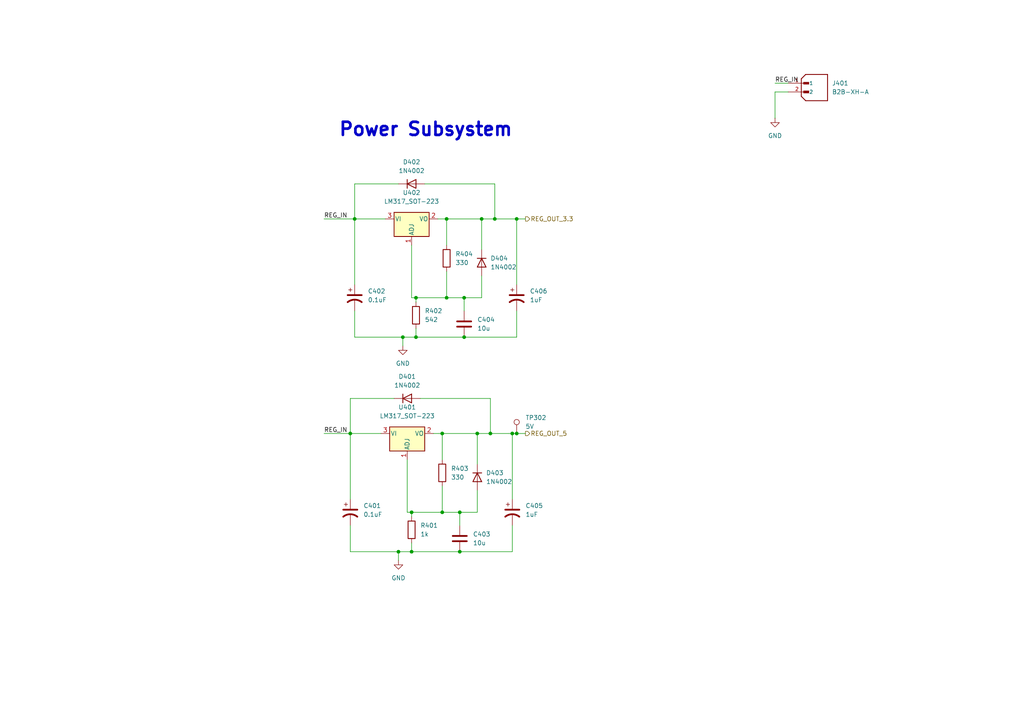
<source format=kicad_sch>
(kicad_sch (version 20250114) (generator "eeschema") (generator_version "9.0")
  (paper "A4")
  (lib_symbols
    (symbol "Battery Connector(JST-XH):B2B-XH-A" (pin_names (offset 1.016))
      (property "Reference" "J" (at -2.54 6.35 0))
      (property "Value" "B2B-XH-A" (at -2.54 -5.08 0))
      (symbol "B2B-XH-A_0_0"
        (polyline (pts (xy -3.81 3.81) (xy -3.81 -1.27)) (stroke (width 0.254)))
        (polyline (pts (xy -3.81 3.81) (xy -2.54 5.08)) (stroke (width 0.254)))
        (polyline (pts (xy -3.81 -1.27) (xy -2.54 -2.54)) (stroke (width 0.254)))
        (rectangle (start -3.175 2.2225) (end -1.5875 2.8575) (stroke (width 0.1)) (fill (type outline)))
        (rectangle (start -3.175 -0.3175) (end -1.5875 0.3175) (stroke (width 0.1)) (fill (type outline)))
        (polyline (pts (xy -2.54 -2.54) (xy 3.81 -2.54)) (stroke (width 0.254)))
        (polyline (pts (xy 3.81 5.08) (xy -2.54 5.08)) (stroke (width 0.254)))
        (polyline (pts (xy 3.81 -2.54) (xy 3.81 5.08)) (stroke (width 0.254)))
        (pin passive line (at -7.62 2.54 0) (length 5.08) (name "1") (number "1"))
        (pin passive line (at -7.62 0 0) (length 5.08) (name "2") (number "2"))
      )
    )
    (symbol "Connector:TestPoint" (pin_numbers (hide yes)) (pin_names (offset 0.762) (hide yes))
      (property "Reference" "TP" (at 0 6.858 0))
      (property "Value" "TestPoint" (at 0 5.08 0))
      (symbol "TestPoint_0_1"
        (circle (center 0 3.302) (radius 0.762))
      )
      (symbol "TestPoint_1_1"
        (pin passive line (at 0 0 90) (length 2.54) (name "1") (number "1"))
      )
    )
    (symbol "Device:C_Polarized_US" (pin_numbers (hide yes)) (pin_names (offset 0.254) (hide yes))
      (property "Reference" "C" (at 0.635 2.54 0))
      (property "Value" "C_Polarized_US" (at 0.635 -2.54 0))
      (symbol "C_Polarized_US_0_1"
        (polyline (pts (xy -2.032 0.762) (xy 2.032 0.762)) (stroke (width 0.508)))
        (polyline (pts (xy -1.778 2.286) (xy -0.762 2.286)))
        (polyline (pts (xy -1.27 1.778) (xy -1.27 2.794)))
        (arc (start -2.032 -1.27) (mid 0 -0.5572) (end 2.032 -1.27) (stroke (width 0.508)))
      )
      (symbol "C_Polarized_US_1_1"
        (pin passive line (at 0 3.81 270) (length 2.794) (name "~") (number "1"))
        (pin passive line (at 0 -3.81 90) (length 3.302) (name "~") (number "2"))
      )
    )
    (symbol "Device:R" (pin_numbers (hide yes)) (pin_names (offset 0))
      (property "Reference" "R" (at 2.032 0 90))
      (property "Value" "R" (at 0 0 90))
      (symbol "R_0_1"
        (rectangle (start -1.016 -2.54) (end 1.016 2.54) (stroke (width 0.254)))
      )
      (symbol "R_1_1"
        (pin passive line (at 0 3.81 270) (length 1.27) (name "~") (number "1"))
        (pin passive line (at 0 -3.81 90) (length 1.27) (name "~") (number "2"))
      )
    )
    (symbol "Diode:1N4002" (pin_numbers (hide yes)) (pin_names (offset 1.016) (hide yes))
      (property "Reference" "D" (at 0 2.54 0))
      (property "Value" "1N4002" (at 0 -2.54 0))
      (symbol "1N4002_0_1"
        (polyline (pts (xy -1.27 1.27) (xy -1.27 -1.27)) (stroke (width 0.254)))
        (polyline (pts (xy 1.27 1.27) (xy 1.27 -1.27) (xy -1.27 0) (xy 1.27 1.27)) (stroke (width 0.254)))
        (polyline (pts (xy 1.27 0) (xy -1.27 0)))
      )
      (symbol "1N4002_1_1"
        (pin passive line (at -3.81 0 0) (length 2.54) (name "K") (number "1"))
        (pin passive line (at 3.81 0 180) (length 2.54) (name "A") (number "2"))
      )
    )
    (symbol "GND_1" (power) (pin_numbers (hide yes)) (pin_names (offset 0) (hide yes))
      (property "Value" "GND" (at 0 -3.81 0))
      (symbol "GND_1_0_1"
        (polyline (pts (xy 0 0) (xy 0 -1.27) (xy 1.27 -1.27) (xy 0 -2.54) (xy -1.27 -1.27) (xy 0 -1.27)))
      )
      (symbol "GND_1_1_1"
        (pin power_in line (at 0 0 270) (length 0) (name "~") (number "1"))
      )
    )
    (symbol "Regulator_Linear:LM317_SOT-223" (pin_names (offset 0.254))
      (property "Reference" "U" (at -3.81 3.175 0))
      (property "Value" "LM317_SOT-223" (at 0 3.175 0))
      (symbol "LM317_SOT-223_0_1"
        (rectangle (start -5.08 1.905) (end 5.08 -5.08) (stroke (width 0.254)) (fill (type background)))
      )
      (symbol "LM317_SOT-223_1_1"
        (pin power_in line (at -7.62 0 0) (length 2.54) (name "VI") (number "3"))
        (pin input line (at 0 -7.62 90) (length 2.54) (name "ADJ") (number "1"))
        (pin power_out line (at 7.62 0 180) (length 2.54) (name "VO") (number "2"))
      )
    )
    (symbol "basic:C" (pin_numbers (hide yes)) (pin_names (offset 0.254))
      (property "Reference" "C" (at 0.635 2.54 0))
      (symbol "C_0_1"
        (polyline (pts (xy -2.032 0.762) (xy 2.032 0.762)) (stroke (width 0.508)))
        (polyline (pts (xy -2.032 -0.762) (xy 2.032 -0.762)) (stroke (width 0.508)))
      )
      (symbol "C_1_1"
        (pin passive line (at 0 3.81 270) (length 2.794) (name "~") (number "1"))
        (pin passive line (at 0 -3.81 90) (length 2.794) (name "~") (number "2"))
      )
    )
    (symbol "power:GND" (power) (pin_names (offset 0))
      (property "Value" "GND" (at 0 -3.81 0))
      (symbol "GND_0_1"
        (polyline (pts (xy 0 0) (xy 0 -1.27) (xy 1.27 -1.27) (xy 0 -2.54) (xy -1.27 -1.27) (xy 0 -1.27)))
      )
      (symbol "GND_1_1"
        (pin power_in line (at 0 0 270) (length 0) (hide yes) (name "GND") (number "1"))
      )
    )
  )
  (text "Power Subsystem\n" (at 98.044 39.878 0) (effects (font (size 3.81 3.81) (thickness 0.762) (bold yes)) (justify left bottom)))
  (junction (at 129.54 63.5))
  (junction (at 139.7 63.5))
  (junction (at 133.35 148.59))
  (junction (at 119.38 148.59))
  (junction (at 133.35 160.02))
  (junction (at 115.57 160.02))
  (junction (at 129.54 86.36))
  (junction (at 149.86 63.5))
  (junction (at 102.87 63.5))
  (junction (at 148.59 125.73))
  (junction (at 101.6 125.73))
  (junction (at 128.27 125.73))
  (junction (at 143.51 63.5))
  (junction (at 128.27 148.59))
  (junction (at 116.84 97.79))
  (junction (at 134.62 86.36))
  (junction (at 120.65 86.36))
  (junction (at 134.62 97.79))
  (junction (at 138.43 125.73))
  (junction (at 149.86 125.73))
  (junction (at 142.24 125.73))
  (junction (at 120.65 97.79))
  (junction (at 119.38 160.02))
  (wire (pts (xy 149.86 125.73) (xy 152.4 125.73)))
  (wire (pts (xy 102.87 90.17) (xy 102.87 97.79)))
  (wire (pts (xy 138.43 125.73) (xy 142.24 125.73)))
  (wire (pts (xy 143.51 53.34) (xy 143.51 63.5)))
  (wire (pts (xy 101.6 125.73) (xy 101.6 144.78)))
  (wire (pts (xy 119.38 148.59) (xy 119.38 149.86)))
  (wire (pts (xy 138.43 125.73) (xy 138.43 134.62)))
  (wire (pts (xy 148.59 125.73) (xy 149.86 125.73)))
  (wire (pts (xy 149.86 63.5) (xy 149.86 82.55)))
  (wire (pts (xy 133.35 148.59) (xy 133.35 152.4)))
  (wire (pts (xy 129.54 63.5) (xy 139.7 63.5)))
  (wire (pts (xy 228.6 24.13) (xy 224.79 24.13)))
  (wire (pts (xy 119.38 148.59) (xy 128.27 148.59)))
  (wire (pts (xy 120.65 95.25) (xy 120.65 97.79)))
  (wire (pts (xy 116.84 97.79) (xy 116.84 100.33)))
  (wire (pts (xy 139.7 63.5) (xy 143.51 63.5)))
  (wire (pts (xy 101.6 115.57) (xy 101.6 125.73)))
  (wire (pts (xy 115.57 53.34) (xy 102.87 53.34)))
  (wire (pts (xy 118.11 148.59) (xy 119.38 148.59)))
  (wire (pts (xy 149.86 90.17) (xy 149.86 97.79)))
  (wire (pts (xy 134.62 86.36) (xy 134.62 90.17)))
  (wire (pts (xy 101.6 152.4) (xy 101.6 160.02)))
  (wire (pts (xy 148.59 125.73) (xy 148.59 144.78)))
  (wire (pts (xy 149.86 63.5) (xy 152.4 63.5)))
  (wire (pts (xy 121.92 115.57) (xy 142.24 115.57)))
  (wire (pts (xy 127 63.5) (xy 129.54 63.5)))
  (wire (pts (xy 120.65 97.79) (xy 134.62 97.79)))
  (wire (pts (xy 115.57 160.02) (xy 119.38 160.02)))
  (wire (pts (xy 142.24 125.73) (xy 148.59 125.73)))
  (wire (pts (xy 120.65 86.36) (xy 129.54 86.36)))
  (wire (pts (xy 93.98 125.73) (xy 101.6 125.73)))
  (wire (pts (xy 101.6 160.02) (xy 115.57 160.02)))
  (wire (pts (xy 128.27 148.59) (xy 133.35 148.59)))
  (wire (pts (xy 101.6 125.73) (xy 110.49 125.73)))
  (wire (pts (xy 114.3 115.57) (xy 101.6 115.57)))
  (wire (pts (xy 116.84 97.79) (xy 120.65 97.79)))
  (wire (pts (xy 102.87 53.34) (xy 102.87 63.5)))
  (wire (pts (xy 129.54 63.5) (xy 129.54 71.12)))
  (wire (pts (xy 120.65 86.36) (xy 120.65 87.63)))
  (wire (pts (xy 128.27 125.73) (xy 138.43 125.73)))
  (wire (pts (xy 134.62 97.79) (xy 149.86 97.79)))
  (wire (pts (xy 128.27 140.97) (xy 128.27 148.59)))
  (wire (pts (xy 139.7 63.5) (xy 139.7 72.39)))
  (wire (pts (xy 142.24 115.57) (xy 142.24 125.73)))
  (wire (pts (xy 228.6 26.67) (xy 224.79 26.67)))
  (wire (pts (xy 102.87 97.79) (xy 116.84 97.79)))
  (wire (pts (xy 119.38 71.12) (xy 119.38 86.36)))
  (wire (pts (xy 102.87 63.5) (xy 111.76 63.5)))
  (wire (pts (xy 143.51 63.5) (xy 149.86 63.5)))
  (wire (pts (xy 128.27 125.73) (xy 128.27 133.35)))
  (wire (pts (xy 129.54 86.36) (xy 134.62 86.36)))
  (wire (pts (xy 125.73 125.73) (xy 128.27 125.73)))
  (wire (pts (xy 115.57 160.02) (xy 115.57 162.56)))
  (wire (pts (xy 224.79 26.67) (xy 224.79 34.29)))
  (wire (pts (xy 119.38 86.36) (xy 120.65 86.36)))
  (wire (pts (xy 129.54 78.74) (xy 129.54 86.36)))
  (wire (pts (xy 148.59 152.4) (xy 148.59 160.02)))
  (wire (pts (xy 93.98 63.5) (xy 102.87 63.5)))
  (wire (pts (xy 123.19 53.34) (xy 143.51 53.34)))
  (wire (pts (xy 118.11 133.35) (xy 118.11 148.59)))
  (wire (pts (xy 138.43 142.24) (xy 138.43 148.59)))
  (wire (pts (xy 119.38 160.02) (xy 133.35 160.02)))
  (wire (pts (xy 119.38 157.48) (xy 119.38 160.02)))
  (wire (pts (xy 102.87 63.5) (xy 102.87 82.55)))
  (wire (pts (xy 139.7 86.36) (xy 134.62 86.36)))
  (wire (pts (xy 139.7 80.01) (xy 139.7 86.36)))
  (wire (pts (xy 138.43 148.59) (xy 133.35 148.59)))
  (wire (pts (xy 133.35 160.02) (xy 148.59 160.02)))
  (label "REG_IN" (at 93.98 63.5 0))
  (label "REG_IN" (at 93.98 125.73 0))
  (label "REG_IN" (at 224.79 24.13 0))
  (hierarchical_label "REG_OUT_5" (shape output) (at 152.4 125.73 0))
  (hierarchical_label "REG_OUT_3.3" (shape output) (at 152.4 63.5 0))
  (symbol (lib_id "Device:R") (at 119.38 153.67 0) (unit 1)
    (property "Reference" "R401" (at 121.92 152.3999 0) (effects (justify left)))
    (property "Value" "1k" (at 121.92 154.9399 0) (effects (justify left)))
    (property "Footprint" "Resistor_SMD:R_0805_2012Metric_Pad1.20x1.40mm_HandSolder" (effects (hide yes)))
  )
  (symbol (lib_id "Diode:1N4002") (at 119.38 53.34 0) (unit 1)
    (property "Reference" "D402" (at 119.38 46.99 0))
    (property "Value" "1N4002" (at 119.38 49.53 0))
    (property "Footprint" "Diode_THT:D_DO-41_SOD81_P10.16mm_Horizontal" (effects (hide yes)))
    (property "Datasheet" "http://www.vishay.com/docs/88503/1n4001.pdf" (effects (hide yes)))
  )
  (symbol (lib_id "Device:C_Polarized_US") (at 149.86 86.36 0) (unit 1)
    (property "Reference" "C406" (at 153.67 84.4549 0) (effects (justify left)))
    (property "Value" "1uF" (at 153.67 86.9949 0) (effects (justify left)))
    (property "Footprint" "Capacitor_SMD:C_0603_1608Metric_Pad1.08x0.95mm_HandSolder" (effects (hide yes)))
  )
  (symbol (lib_id "Device:C_Polarized_US") (at 101.6 148.59 0) (unit 1)
    (property "Reference" "C401" (at 105.41 146.6849 0) (effects (justify left)))
    (property "Value" "0.1uF" (at 105.41 149.2249 0) (effects (justify left)))
    (property "Footprint" "Capacitor_SMD:C_0603_1608Metric_Pad1.08x0.95mm_HandSolder" (effects (hide yes)))
  )
  (symbol (lib_id "Regulator_Linear:LM317_SOT-223") (at 118.11 125.73 0) (unit 1)
    (property "Reference" "U401" (at 118.11 118.11 0))
    (property "Value" "LM317_SOT-223" (at 118.11 120.65 0))
    (property "Footprint" "Package_TO_SOT_SMD:SOT-223-3_TabPin2" (effects (hide yes)))
    (property "Datasheet" "http://www.ti.com/lit/ds/symlink/lm317.pdf" (effects (hide yes)))
  )
  (symbol (lib_id "Diode:1N4002") (at 118.11 115.57 0) (unit 1)
    (property "Reference" "D401" (at 118.11 109.22 0))
    (property "Value" "1N4002" (at 118.11 111.76 0))
    (property "Footprint" "Diode_THT:D_DO-41_SOD81_P10.16mm_Horizontal" (effects (hide yes)))
    (property "Datasheet" "http://www.vishay.com/docs/88503/1n4001.pdf" (effects (hide yes)))
  )
  (symbol (lib_id "Diode:1N4002") (at 138.43 138.43 270) (unit 1)
    (property "Reference" "D403" (at 140.97 137.1599 90) (effects (justify left)))
    (property "Value" "1N4002" (at 140.97 139.6999 90) (effects (justify left)))
    (property "Footprint" "Diode_THT:D_DO-41_SOD81_P10.16mm_Horizontal" (effects (hide yes)))
    (property "Datasheet" "http://www.vishay.com/docs/88503/1n4001.pdf" (effects (hide yes)))
  )
  (symbol (lib_id "power:GND") (at 115.57 162.56 0) (unit 1)
    (property "Reference" "#PWR0130" (effects (hide yes)))
    (property "Value" "GND" (at 115.57 167.64 0))
  )
  (symbol (lib_id "Device:R") (at 129.54 74.93 0) (unit 1)
    (property "Reference" "R404" (at 132.08 73.6599 0) (effects (justify left)))
    (property "Value" "330" (at 132.08 76.1999 0) (effects (justify left)))
    (property "Footprint" "Resistor_SMD:R_0805_2012Metric_Pad1.20x1.40mm_HandSolder" (effects (hide yes)))
  )
  (symbol (lib_id "Device:C_Polarized_US") (at 102.87 86.36 0) (unit 1)
    (property "Reference" "C402" (at 106.68 84.4549 0) (effects (justify left)))
    (property "Value" "0.1uF" (at 106.68 86.9949 0) (effects (justify left)))
    (property "Footprint" "Capacitor_SMD:C_0603_1608Metric_Pad1.08x0.95mm_HandSolder" (effects (hide yes)))
  )
  (symbol (lib_id "Regulator_Linear:LM317_SOT-223") (at 119.38 63.5 0) (unit 1)
    (property "Reference" "U402" (at 119.38 55.88 0))
    (property "Value" "LM317_SOT-223" (at 119.38 58.42 0))
    (property "Footprint" "Package_TO_SOT_SMD:SOT-223-3_TabPin2" (effects (hide yes)))
    (property "Datasheet" "http://www.ti.com/lit/ds/symlink/lm317.pdf" (effects (hide yes)))
  )
  (symbol (lib_id "Connector:TestPoint") (at 149.86 125.73 0) (unit 1)
    (property "Reference" "TP302" (at 152.4 121.1579 0) (effects (justify left)))
    (property "Value" "5V" (at 152.4 123.6979 0) (effects (justify left)))
    (property "Footprint" "TestPoint:TestPoint_Keystone_5000-5004_Miniature" (effects (hide yes)))
  )
  (symbol (lib_id "Battery Connector(JST-XH):B2B-XH-A") (at 236.22 26.67 0) (unit 1)
    (property "Reference" "J401" (at 241.3 24.1299 0) (effects (justify left)))
    (property "Value" "B2B-XH-A" (at 241.3 26.6699 0) (effects (justify left)))
    (property "Footprint" "Battery Connector(JST-XH):JST_B2B-XH-A" (effects (hide yes)))
    (property "PARTREV" "N/A" (effects (hide yes)))
    (property "STANDARD" "Manufacturer Recommendations" (effects (hide yes)))
    (property "MAXIMUM_PACKAGE_HEIGHT" "7 mm" (effects (hide yes)))
    (property "MANUFACTURER" "JST Sales America Inc." (effects (hide yes)))
  )
  (symbol (lib_id "Device:R") (at 128.27 137.16 0) (unit 1)
    (property "Reference" "R403" (at 130.81 135.8899 0) (effects (justify left)))
    (property "Value" "330" (at 130.81 138.4299 0) (effects (justify left)))
    (property "Footprint" "Resistor_SMD:R_0805_2012Metric_Pad1.20x1.40mm_HandSolder" (effects (hide yes)))
  )
  (symbol (lib_id "Diode:1N4002") (at 139.7 76.2 270) (unit 1)
    (property "Reference" "D404" (at 142.24 74.9299 90) (effects (justify left)))
    (property "Value" "1N4002" (at 142.24 77.4699 90) (effects (justify left)))
    (property "Footprint" "Diode_THT:D_DO-41_SOD81_P10.16mm_Horizontal" (effects (hide yes)))
    (property "Datasheet" "http://www.vishay.com/docs/88503/1n4001.pdf" (effects (hide yes)))
  )
  (symbol (lib_id "basic:C") (at 133.35 156.21 0) (unit 1)
    (property "Reference" "C403" (at 137.16 154.9399 0) (effects (justify left)))
    (property "Value" "10u" (at 137.16 157.4799 0) (effects (justify left)))
    (property "Footprint" "Capacitor_SMD:C_0603_1608Metric_Pad1.08x0.95mm_HandSolder" (effects (hide yes)))
  )
  (symbol (lib_id "Device:R") (at 120.65 91.44 0) (unit 1)
    (property "Reference" "R402" (at 123.19 90.1699 0) (effects (justify left)))
    (property "Value" "542" (at 123.19 92.7099 0) (effects (justify left)))
    (property "Footprint" "Resistor_SMD:R_0805_2012Metric_Pad1.20x1.40mm_HandSolder" (effects (hide yes)))
  )
  (symbol (lib_id "basic:C") (at 134.62 93.98 0) (unit 1)
    (property "Reference" "C404" (at 138.43 92.7099 0) (effects (justify left)))
    (property "Value" "10u" (at 138.43 95.2499 0) (effects (justify left)))
    (property "Footprint" "Capacitor_SMD:C_0603_1608Metric_Pad1.08x0.95mm_HandSolder" (effects (hide yes)))
  )
  (symbol (lib_id "Device:C_Polarized_US") (at 148.59 148.59 0) (unit 1)
    (property "Reference" "C405" (at 152.4 146.6849 0) (effects (justify left)))
    (property "Value" "1uF" (at 152.4 149.2249 0) (effects (justify left)))
    (property "Footprint" "Capacitor_SMD:C_0603_1608Metric_Pad1.08x0.95mm_HandSolder" (effects (hide yes)))
  )
  (symbol (lib_id "power:GND") (at 116.84 100.33 0) (unit 1)
    (property "Reference" "#PWR0131" (effects (hide yes)))
    (property "Value" "GND" (at 116.84 105.41 0))
  )
  (symbol (lib_name "GND_1") (lib_id "power:GND") (at 224.79 34.29 0) (unit 1)
    (property "Reference" "#PWR0401" (effects (hide yes)))
    (property "Value" "GND" (at 224.79 39.37 0))
    (property "Description" "Power symbol creates a global label with name \"GND\" , ground" (effects (hide yes)))
  )
)
</source>
